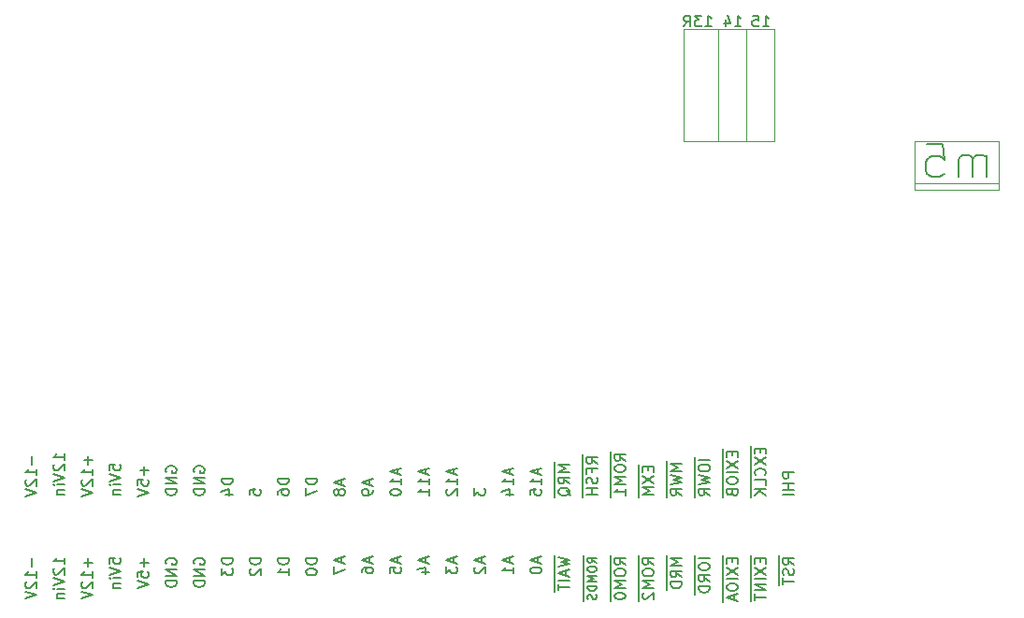
<source format=gbo>
G04 #@! TF.GenerationSoftware,KiCad,Pcbnew,(5.1.8)-1*
G04 #@! TF.CreationDate,2022-06-16T21:47:05+09:00*
G04 #@! TF.ProjectId,SORDM5C,534f5244-4d35-4432-9e6b-696361645f70,rev?*
G04 #@! TF.SameCoordinates,PX48ab840PY791ddc0*
G04 #@! TF.FileFunction,Legend,Bot*
G04 #@! TF.FilePolarity,Positive*
%FSLAX46Y46*%
G04 Gerber Fmt 4.6, Leading zero omitted, Abs format (unit mm)*
G04 Created by KiCad (PCBNEW (5.1.8)-1) date 2022-06-16 21:47:05*
%MOMM*%
%LPD*%
G01*
G04 APERTURE LIST*
%ADD10C,0.120000*%
%ADD11C,0.150000*%
G04 APERTURE END LIST*
D10*
X96520000Y33655000D02*
X96520000Y34290000D01*
X88900000Y33655000D02*
X96520000Y33655000D01*
X88900000Y34290000D02*
X88900000Y33655000D01*
X96520000Y34290000D02*
X96520000Y38100000D01*
X88900000Y34290000D02*
X96520000Y34290000D01*
X88900000Y38100000D02*
X88900000Y34290000D01*
X73660000Y48260000D02*
X73660000Y38100000D01*
X71120000Y48260000D02*
X71120000Y38100000D01*
X67945000Y38100000D02*
X67945000Y48260000D01*
X76200000Y38100000D02*
X67945000Y38100000D01*
X76200000Y48260000D02*
X76200000Y38100000D01*
X67945000Y48260000D02*
X76200000Y48260000D01*
D11*
X69905476Y48442620D02*
X70476904Y48442620D01*
X70191190Y48442620D02*
X70191190Y49442620D01*
X70286428Y49299762D01*
X70381666Y49204524D01*
X70476904Y49156905D01*
X69572142Y49442620D02*
X68953095Y49442620D01*
X69286428Y49061667D01*
X69143571Y49061667D01*
X69048333Y49014048D01*
X69000714Y48966429D01*
X68953095Y48871191D01*
X68953095Y48633096D01*
X69000714Y48537858D01*
X69048333Y48490239D01*
X69143571Y48442620D01*
X69429285Y48442620D01*
X69524523Y48490239D01*
X69572142Y48537858D01*
X67953095Y48442620D02*
X68286428Y48918810D01*
X68524523Y48442620D02*
X68524523Y49442620D01*
X68143571Y49442620D01*
X68048333Y49395000D01*
X68000714Y49347381D01*
X67953095Y49252143D01*
X67953095Y49109286D01*
X68000714Y49014048D01*
X68048333Y48966429D01*
X68143571Y48918810D01*
X68524523Y48918810D01*
X72580476Y48442620D02*
X73151904Y48442620D01*
X72866190Y48442620D02*
X72866190Y49442620D01*
X72961428Y49299762D01*
X73056666Y49204524D01*
X73151904Y49156905D01*
X71723333Y49109286D02*
X71723333Y48442620D01*
X71961428Y49490239D02*
X72199523Y48775953D01*
X71580476Y48775953D01*
X75120476Y48442620D02*
X75691904Y48442620D01*
X75406190Y48442620D02*
X75406190Y49442620D01*
X75501428Y49299762D01*
X75596666Y49204524D01*
X75691904Y49156905D01*
X74215714Y49442620D02*
X74691904Y49442620D01*
X74739523Y48966429D01*
X74691904Y49014048D01*
X74596666Y49061667D01*
X74358571Y49061667D01*
X74263333Y49014048D01*
X74215714Y48966429D01*
X74168095Y48871191D01*
X74168095Y48633096D01*
X74215714Y48537858D01*
X74263333Y48490239D01*
X74358571Y48442620D01*
X74596666Y48442620D01*
X74691904Y48490239D01*
X74739523Y48537858D01*
D10*
X88900000Y38100000D02*
X96520000Y38100000D01*
D11*
X95424285Y34837858D02*
X95424285Y36837858D01*
X95424285Y36552143D02*
X95281428Y36695000D01*
X94995714Y36837858D01*
X94567142Y36837858D01*
X94281428Y36695000D01*
X94138571Y36409286D01*
X94138571Y34837858D01*
X94138571Y36409286D02*
X93995714Y36695000D01*
X93710000Y36837858D01*
X93281428Y36837858D01*
X92995714Y36695000D01*
X92852857Y36409286D01*
X92852857Y34837858D01*
X89995714Y37837858D02*
X91424285Y37837858D01*
X91567142Y36409286D01*
X91424285Y36552143D01*
X91138571Y36695000D01*
X90424285Y36695000D01*
X90138571Y36552143D01*
X89995714Y36409286D01*
X89852857Y36123572D01*
X89852857Y35409286D01*
X89995714Y35123572D01*
X90138571Y34980715D01*
X90424285Y34837858D01*
X91138571Y34837858D01*
X91424285Y34980715D01*
X91567142Y35123572D01*
X77922380Y8098215D02*
X76922380Y8098215D01*
X76922380Y7717262D01*
X76970000Y7622024D01*
X77017619Y7574405D01*
X77112857Y7526786D01*
X77255714Y7526786D01*
X77350952Y7574405D01*
X77398571Y7622024D01*
X77446190Y7717262D01*
X77446190Y8098215D01*
X77922380Y7098215D02*
X76922380Y7098215D01*
X77398571Y7098215D02*
X77398571Y6526786D01*
X77922380Y6526786D02*
X76922380Y6526786D01*
X77922380Y6050596D02*
X76922380Y6050596D01*
X74015000Y10479167D02*
X74015000Y9574405D01*
X74858571Y10241072D02*
X74858571Y9907739D01*
X75382380Y9764881D02*
X75382380Y10241072D01*
X74382380Y10241072D01*
X74382380Y9764881D01*
X74015000Y9574405D02*
X74015000Y8622024D01*
X74382380Y9431548D02*
X75382380Y8764881D01*
X74382380Y8764881D02*
X75382380Y9431548D01*
X74015000Y8622024D02*
X74015000Y7622024D01*
X75287142Y7812500D02*
X75334761Y7860120D01*
X75382380Y8002977D01*
X75382380Y8098215D01*
X75334761Y8241072D01*
X75239523Y8336310D01*
X75144285Y8383929D01*
X74953809Y8431548D01*
X74810952Y8431548D01*
X74620476Y8383929D01*
X74525238Y8336310D01*
X74430000Y8241072D01*
X74382380Y8098215D01*
X74382380Y8002977D01*
X74430000Y7860120D01*
X74477619Y7812500D01*
X74015000Y7622024D02*
X74015000Y6812500D01*
X75382380Y6907739D02*
X75382380Y7383929D01*
X74382380Y7383929D01*
X74015000Y6812500D02*
X74015000Y5812500D01*
X75382380Y6574405D02*
X74382380Y6574405D01*
X75382380Y6002977D02*
X74810952Y6431548D01*
X74382380Y6002977D02*
X74953809Y6574405D01*
X71475000Y10193453D02*
X71475000Y9288691D01*
X72318571Y9955358D02*
X72318571Y9622024D01*
X72842380Y9479167D02*
X72842380Y9955358D01*
X71842380Y9955358D01*
X71842380Y9479167D01*
X71475000Y9288691D02*
X71475000Y8336310D01*
X71842380Y9145834D02*
X72842380Y8479167D01*
X71842380Y8479167D02*
X72842380Y9145834D01*
X71475000Y8336310D02*
X71475000Y7860120D01*
X72842380Y8098215D02*
X71842380Y8098215D01*
X71475000Y7860120D02*
X71475000Y6812500D01*
X71842380Y7431548D02*
X71842380Y7241072D01*
X71890000Y7145834D01*
X71985238Y7050596D01*
X72175714Y7002977D01*
X72509047Y7002977D01*
X72699523Y7050596D01*
X72794761Y7145834D01*
X72842380Y7241072D01*
X72842380Y7431548D01*
X72794761Y7526786D01*
X72699523Y7622024D01*
X72509047Y7669643D01*
X72175714Y7669643D01*
X71985238Y7622024D01*
X71890000Y7526786D01*
X71842380Y7431548D01*
X71475000Y6812500D02*
X71475000Y5812500D01*
X72318571Y6241072D02*
X72366190Y6098215D01*
X72413809Y6050596D01*
X72509047Y6002977D01*
X72651904Y6002977D01*
X72747142Y6050596D01*
X72794761Y6098215D01*
X72842380Y6193453D01*
X72842380Y6574405D01*
X71842380Y6574405D01*
X71842380Y6241072D01*
X71890000Y6145834D01*
X71937619Y6098215D01*
X72032857Y6050596D01*
X72128095Y6050596D01*
X72223333Y6098215D01*
X72270952Y6145834D01*
X72318571Y6241072D01*
X72318571Y6574405D01*
X68935000Y9479167D02*
X68935000Y9002977D01*
X70302380Y9241072D02*
X69302380Y9241072D01*
X68935000Y9002977D02*
X68935000Y7955358D01*
X69302380Y8574405D02*
X69302380Y8383929D01*
X69350000Y8288691D01*
X69445238Y8193453D01*
X69635714Y8145834D01*
X69969047Y8145834D01*
X70159523Y8193453D01*
X70254761Y8288691D01*
X70302380Y8383929D01*
X70302380Y8574405D01*
X70254761Y8669643D01*
X70159523Y8764881D01*
X69969047Y8812500D01*
X69635714Y8812500D01*
X69445238Y8764881D01*
X69350000Y8669643D01*
X69302380Y8574405D01*
X68935000Y7955358D02*
X68935000Y6812500D01*
X69302380Y7812500D02*
X70302380Y7574405D01*
X69588095Y7383929D01*
X70302380Y7193453D01*
X69302380Y6955358D01*
X68935000Y6812500D02*
X68935000Y5812500D01*
X70302380Y6002977D02*
X69826190Y6336310D01*
X70302380Y6574405D02*
X69302380Y6574405D01*
X69302380Y6193453D01*
X69350000Y6098215D01*
X69397619Y6050596D01*
X69492857Y6002977D01*
X69635714Y6002977D01*
X69730952Y6050596D01*
X69778571Y6098215D01*
X69826190Y6193453D01*
X69826190Y6574405D01*
X66395000Y9098215D02*
X66395000Y7955358D01*
X67762380Y8860120D02*
X66762380Y8860120D01*
X67476666Y8526786D01*
X66762380Y8193453D01*
X67762380Y8193453D01*
X66395000Y7955358D02*
X66395000Y6812500D01*
X66762380Y7812500D02*
X67762380Y7574405D01*
X67048095Y7383929D01*
X67762380Y7193453D01*
X66762380Y6955358D01*
X66395000Y6812500D02*
X66395000Y5812500D01*
X67762380Y6002977D02*
X67286190Y6336310D01*
X67762380Y6574405D02*
X66762380Y6574405D01*
X66762380Y6193453D01*
X66810000Y6098215D01*
X66857619Y6050596D01*
X66952857Y6002977D01*
X67095714Y6002977D01*
X67190952Y6050596D01*
X67238571Y6098215D01*
X67286190Y6193453D01*
X67286190Y6574405D01*
X63855000Y8812500D02*
X63855000Y7907739D01*
X64698571Y8574405D02*
X64698571Y8241072D01*
X65222380Y8098215D02*
X65222380Y8574405D01*
X64222380Y8574405D01*
X64222380Y8098215D01*
X63855000Y7907739D02*
X63855000Y6955358D01*
X64222380Y7764881D02*
X65222380Y7098215D01*
X64222380Y7098215D02*
X65222380Y7764881D01*
X63855000Y6955358D02*
X63855000Y5812500D01*
X65222380Y6717262D02*
X64222380Y6717262D01*
X64936666Y6383929D01*
X64222380Y6050596D01*
X65222380Y6050596D01*
X61315000Y9955358D02*
X61315000Y8955358D01*
X62682380Y9145834D02*
X62206190Y9479167D01*
X62682380Y9717262D02*
X61682380Y9717262D01*
X61682380Y9336310D01*
X61730000Y9241072D01*
X61777619Y9193453D01*
X61872857Y9145834D01*
X62015714Y9145834D01*
X62110952Y9193453D01*
X62158571Y9241072D01*
X62206190Y9336310D01*
X62206190Y9717262D01*
X61315000Y8955358D02*
X61315000Y7907739D01*
X61682380Y8526786D02*
X61682380Y8336310D01*
X61730000Y8241072D01*
X61825238Y8145834D01*
X62015714Y8098215D01*
X62349047Y8098215D01*
X62539523Y8145834D01*
X62634761Y8241072D01*
X62682380Y8336310D01*
X62682380Y8526786D01*
X62634761Y8622024D01*
X62539523Y8717262D01*
X62349047Y8764881D01*
X62015714Y8764881D01*
X61825238Y8717262D01*
X61730000Y8622024D01*
X61682380Y8526786D01*
X61315000Y7907739D02*
X61315000Y6764881D01*
X62682380Y7669643D02*
X61682380Y7669643D01*
X62396666Y7336310D01*
X61682380Y7002977D01*
X62682380Y7002977D01*
X61315000Y6764881D02*
X61315000Y5812500D01*
X62682380Y6002977D02*
X62682380Y6574405D01*
X62682380Y6288691D02*
X61682380Y6288691D01*
X61825238Y6383929D01*
X61920476Y6479167D01*
X61968095Y6574405D01*
X58775000Y9669643D02*
X58775000Y8669643D01*
X60142380Y8860120D02*
X59666190Y9193453D01*
X60142380Y9431548D02*
X59142380Y9431548D01*
X59142380Y9050596D01*
X59190000Y8955358D01*
X59237619Y8907739D01*
X59332857Y8860120D01*
X59475714Y8860120D01*
X59570952Y8907739D01*
X59618571Y8955358D01*
X59666190Y9050596D01*
X59666190Y9431548D01*
X58775000Y8669643D02*
X58775000Y7812500D01*
X59618571Y8098215D02*
X59618571Y8431548D01*
X60142380Y8431548D02*
X59142380Y8431548D01*
X59142380Y7955358D01*
X58775000Y7812500D02*
X58775000Y6860120D01*
X60094761Y7622024D02*
X60142380Y7479167D01*
X60142380Y7241072D01*
X60094761Y7145834D01*
X60047142Y7098215D01*
X59951904Y7050596D01*
X59856666Y7050596D01*
X59761428Y7098215D01*
X59713809Y7145834D01*
X59666190Y7241072D01*
X59618571Y7431548D01*
X59570952Y7526786D01*
X59523333Y7574405D01*
X59428095Y7622024D01*
X59332857Y7622024D01*
X59237619Y7574405D01*
X59190000Y7526786D01*
X59142380Y7431548D01*
X59142380Y7193453D01*
X59190000Y7050596D01*
X58775000Y6860120D02*
X58775000Y5812500D01*
X60142380Y6622024D02*
X59142380Y6622024D01*
X59618571Y6622024D02*
X59618571Y6050596D01*
X60142380Y6050596D02*
X59142380Y6050596D01*
X56235000Y9002977D02*
X56235000Y7860120D01*
X57602380Y8764881D02*
X56602380Y8764881D01*
X57316666Y8431548D01*
X56602380Y8098215D01*
X57602380Y8098215D01*
X56235000Y7860120D02*
X56235000Y6860120D01*
X57602380Y7050596D02*
X57126190Y7383929D01*
X57602380Y7622024D02*
X56602380Y7622024D01*
X56602380Y7241072D01*
X56650000Y7145834D01*
X56697619Y7098215D01*
X56792857Y7050596D01*
X56935714Y7050596D01*
X57030952Y7098215D01*
X57078571Y7145834D01*
X57126190Y7241072D01*
X57126190Y7622024D01*
X56235000Y6860120D02*
X56235000Y5812500D01*
X57697619Y5955358D02*
X57650000Y6050596D01*
X57554761Y6145834D01*
X57411904Y6288691D01*
X57364285Y6383929D01*
X57364285Y6479167D01*
X57602380Y6431548D02*
X57554761Y6526786D01*
X57459523Y6622024D01*
X57269047Y6669643D01*
X56935714Y6669643D01*
X56745238Y6622024D01*
X56650000Y6526786D01*
X56602380Y6431548D01*
X56602380Y6241072D01*
X56650000Y6145834D01*
X56745238Y6050596D01*
X56935714Y6002977D01*
X57269047Y6002977D01*
X57459523Y6050596D01*
X57554761Y6145834D01*
X57602380Y6241072D01*
X57602380Y6431548D01*
X48982380Y6622024D02*
X48982380Y6002977D01*
X49363333Y6336310D01*
X49363333Y6193453D01*
X49410952Y6098215D01*
X49458571Y6050596D01*
X49553809Y6002977D01*
X49791904Y6002977D01*
X49887142Y6050596D01*
X49934761Y6098215D01*
X49982380Y6193453D01*
X49982380Y6479167D01*
X49934761Y6574405D01*
X49887142Y6622024D01*
X54776666Y8383929D02*
X54776666Y7907739D01*
X55062380Y8479167D02*
X54062380Y8145834D01*
X55062380Y7812500D01*
X55062380Y6955358D02*
X55062380Y7526786D01*
X55062380Y7241072D02*
X54062380Y7241072D01*
X54205238Y7336310D01*
X54300476Y7431548D01*
X54348095Y7526786D01*
X54062380Y6050596D02*
X54062380Y6526786D01*
X54538571Y6574405D01*
X54490952Y6526786D01*
X54443333Y6431548D01*
X54443333Y6193453D01*
X54490952Y6098215D01*
X54538571Y6050596D01*
X54633809Y6002977D01*
X54871904Y6002977D01*
X54967142Y6050596D01*
X55014761Y6098215D01*
X55062380Y6193453D01*
X55062380Y6431548D01*
X55014761Y6526786D01*
X54967142Y6574405D01*
X52236666Y8383929D02*
X52236666Y7907739D01*
X52522380Y8479167D02*
X51522380Y8145834D01*
X52522380Y7812500D01*
X52522380Y6955358D02*
X52522380Y7526786D01*
X52522380Y7241072D02*
X51522380Y7241072D01*
X51665238Y7336310D01*
X51760476Y7431548D01*
X51808095Y7526786D01*
X51855714Y6098215D02*
X52522380Y6098215D01*
X51474761Y6336310D02*
X52189047Y6574405D01*
X52189047Y5955358D01*
X47156666Y8383929D02*
X47156666Y7907739D01*
X47442380Y8479167D02*
X46442380Y8145834D01*
X47442380Y7812500D01*
X47442380Y6955358D02*
X47442380Y7526786D01*
X47442380Y7241072D02*
X46442380Y7241072D01*
X46585238Y7336310D01*
X46680476Y7431548D01*
X46728095Y7526786D01*
X46537619Y6574405D02*
X46490000Y6526786D01*
X46442380Y6431548D01*
X46442380Y6193453D01*
X46490000Y6098215D01*
X46537619Y6050596D01*
X46632857Y6002977D01*
X46728095Y6002977D01*
X46870952Y6050596D01*
X47442380Y6622024D01*
X47442380Y6002977D01*
X44616666Y8383929D02*
X44616666Y7907739D01*
X44902380Y8479167D02*
X43902380Y8145834D01*
X44902380Y7812500D01*
X44902380Y6955358D02*
X44902380Y7526786D01*
X44902380Y7241072D02*
X43902380Y7241072D01*
X44045238Y7336310D01*
X44140476Y7431548D01*
X44188095Y7526786D01*
X44902380Y6002977D02*
X44902380Y6574405D01*
X44902380Y6288691D02*
X43902380Y6288691D01*
X44045238Y6383929D01*
X44140476Y6479167D01*
X44188095Y6574405D01*
X42076666Y8383929D02*
X42076666Y7907739D01*
X42362380Y8479167D02*
X41362380Y8145834D01*
X42362380Y7812500D01*
X42362380Y6955358D02*
X42362380Y7526786D01*
X42362380Y7241072D02*
X41362380Y7241072D01*
X41505238Y7336310D01*
X41600476Y7431548D01*
X41648095Y7526786D01*
X41362380Y6336310D02*
X41362380Y6241072D01*
X41410000Y6145834D01*
X41457619Y6098215D01*
X41552857Y6050596D01*
X41743333Y6002977D01*
X41981428Y6002977D01*
X42171904Y6050596D01*
X42267142Y6098215D01*
X42314761Y6145834D01*
X42362380Y6241072D01*
X42362380Y6336310D01*
X42314761Y6431548D01*
X42267142Y6479167D01*
X42171904Y6526786D01*
X41981428Y6574405D01*
X41743333Y6574405D01*
X41552857Y6526786D01*
X41457619Y6479167D01*
X41410000Y6431548D01*
X41362380Y6336310D01*
X39536666Y7431548D02*
X39536666Y6955358D01*
X39822380Y7526786D02*
X38822380Y7193453D01*
X39822380Y6860120D01*
X39822380Y6479167D02*
X39822380Y6288691D01*
X39774761Y6193453D01*
X39727142Y6145834D01*
X39584285Y6050596D01*
X39393809Y6002977D01*
X39012857Y6002977D01*
X38917619Y6050596D01*
X38870000Y6098215D01*
X38822380Y6193453D01*
X38822380Y6383929D01*
X38870000Y6479167D01*
X38917619Y6526786D01*
X39012857Y6574405D01*
X39250952Y6574405D01*
X39346190Y6526786D01*
X39393809Y6479167D01*
X39441428Y6383929D01*
X39441428Y6193453D01*
X39393809Y6098215D01*
X39346190Y6050596D01*
X39250952Y6002977D01*
X36996666Y7431548D02*
X36996666Y6955358D01*
X37282380Y7526786D02*
X36282380Y7193453D01*
X37282380Y6860120D01*
X36710952Y6383929D02*
X36663333Y6479167D01*
X36615714Y6526786D01*
X36520476Y6574405D01*
X36472857Y6574405D01*
X36377619Y6526786D01*
X36330000Y6479167D01*
X36282380Y6383929D01*
X36282380Y6193453D01*
X36330000Y6098215D01*
X36377619Y6050596D01*
X36472857Y6002977D01*
X36520476Y6002977D01*
X36615714Y6050596D01*
X36663333Y6098215D01*
X36710952Y6193453D01*
X36710952Y6383929D01*
X36758571Y6479167D01*
X36806190Y6526786D01*
X36901428Y6574405D01*
X37091904Y6574405D01*
X37187142Y6526786D01*
X37234761Y6479167D01*
X37282380Y6383929D01*
X37282380Y6193453D01*
X37234761Y6098215D01*
X37187142Y6050596D01*
X37091904Y6002977D01*
X36901428Y6002977D01*
X36806190Y6050596D01*
X36758571Y6098215D01*
X36710952Y6193453D01*
X34742380Y7526786D02*
X33742380Y7526786D01*
X33742380Y7288691D01*
X33790000Y7145834D01*
X33885238Y7050596D01*
X33980476Y7002977D01*
X34170952Y6955358D01*
X34313809Y6955358D01*
X34504285Y7002977D01*
X34599523Y7050596D01*
X34694761Y7145834D01*
X34742380Y7288691D01*
X34742380Y7526786D01*
X33742380Y6622024D02*
X33742380Y5955358D01*
X34742380Y6383929D01*
X28662380Y6050596D02*
X28662380Y6526786D01*
X29138571Y6574405D01*
X29090952Y6526786D01*
X29043333Y6431548D01*
X29043333Y6193453D01*
X29090952Y6098215D01*
X29138571Y6050596D01*
X29233809Y6002977D01*
X29471904Y6002977D01*
X29567142Y6050596D01*
X29614761Y6098215D01*
X29662380Y6193453D01*
X29662380Y6431548D01*
X29614761Y6526786D01*
X29567142Y6574405D01*
X32202380Y7526786D02*
X31202380Y7526786D01*
X31202380Y7288691D01*
X31250000Y7145834D01*
X31345238Y7050596D01*
X31440476Y7002977D01*
X31630952Y6955358D01*
X31773809Y6955358D01*
X31964285Y7002977D01*
X32059523Y7050596D01*
X32154761Y7145834D01*
X32202380Y7288691D01*
X32202380Y7526786D01*
X31202380Y6098215D02*
X31202380Y6288691D01*
X31250000Y6383929D01*
X31297619Y6431548D01*
X31440476Y6526786D01*
X31630952Y6574405D01*
X32011904Y6574405D01*
X32107142Y6526786D01*
X32154761Y6479167D01*
X32202380Y6383929D01*
X32202380Y6193453D01*
X32154761Y6098215D01*
X32107142Y6050596D01*
X32011904Y6002977D01*
X31773809Y6002977D01*
X31678571Y6050596D01*
X31630952Y6098215D01*
X31583333Y6193453D01*
X31583333Y6383929D01*
X31630952Y6479167D01*
X31678571Y6526786D01*
X31773809Y6574405D01*
X27122380Y7526786D02*
X26122380Y7526786D01*
X26122380Y7288691D01*
X26170000Y7145834D01*
X26265238Y7050596D01*
X26360476Y7002977D01*
X26550952Y6955358D01*
X26693809Y6955358D01*
X26884285Y7002977D01*
X26979523Y7050596D01*
X27074761Y7145834D01*
X27122380Y7288691D01*
X27122380Y7526786D01*
X26455714Y6098215D02*
X27122380Y6098215D01*
X26074761Y6336310D02*
X26789047Y6574405D01*
X26789047Y5955358D01*
X23630000Y8098215D02*
X23582380Y8193453D01*
X23582380Y8336310D01*
X23630000Y8479167D01*
X23725238Y8574405D01*
X23820476Y8622024D01*
X24010952Y8669643D01*
X24153809Y8669643D01*
X24344285Y8622024D01*
X24439523Y8574405D01*
X24534761Y8479167D01*
X24582380Y8336310D01*
X24582380Y8241072D01*
X24534761Y8098215D01*
X24487142Y8050596D01*
X24153809Y8050596D01*
X24153809Y8241072D01*
X24582380Y7622024D02*
X23582380Y7622024D01*
X24582380Y7050596D01*
X23582380Y7050596D01*
X24582380Y6574405D02*
X23582380Y6574405D01*
X23582380Y6336310D01*
X23630000Y6193453D01*
X23725238Y6098215D01*
X23820476Y6050596D01*
X24010952Y6002977D01*
X24153809Y6002977D01*
X24344285Y6050596D01*
X24439523Y6098215D01*
X24534761Y6193453D01*
X24582380Y6336310D01*
X24582380Y6574405D01*
X21090000Y8098215D02*
X21042380Y8193453D01*
X21042380Y8336310D01*
X21090000Y8479167D01*
X21185238Y8574405D01*
X21280476Y8622024D01*
X21470952Y8669643D01*
X21613809Y8669643D01*
X21804285Y8622024D01*
X21899523Y8574405D01*
X21994761Y8479167D01*
X22042380Y8336310D01*
X22042380Y8241072D01*
X21994761Y8098215D01*
X21947142Y8050596D01*
X21613809Y8050596D01*
X21613809Y8241072D01*
X22042380Y7622024D02*
X21042380Y7622024D01*
X22042380Y7050596D01*
X21042380Y7050596D01*
X22042380Y6574405D02*
X21042380Y6574405D01*
X21042380Y6336310D01*
X21090000Y6193453D01*
X21185238Y6098215D01*
X21280476Y6050596D01*
X21470952Y6002977D01*
X21613809Y6002977D01*
X21804285Y6050596D01*
X21899523Y6098215D01*
X21994761Y6193453D01*
X22042380Y6336310D01*
X22042380Y6574405D01*
X19121428Y8622024D02*
X19121428Y7860120D01*
X19502380Y8241072D02*
X18740476Y8241072D01*
X18502380Y6907739D02*
X18502380Y7383929D01*
X18978571Y7431548D01*
X18930952Y7383929D01*
X18883333Y7288691D01*
X18883333Y7050596D01*
X18930952Y6955358D01*
X18978571Y6907739D01*
X19073809Y6860120D01*
X19311904Y6860120D01*
X19407142Y6907739D01*
X19454761Y6955358D01*
X19502380Y7050596D01*
X19502380Y7288691D01*
X19454761Y7383929D01*
X19407142Y7431548D01*
X18502380Y6574405D02*
X19502380Y6241072D01*
X18502380Y5907739D01*
X15962380Y8288691D02*
X15962380Y8764881D01*
X16438571Y8812500D01*
X16390952Y8764881D01*
X16343333Y8669643D01*
X16343333Y8431548D01*
X16390952Y8336310D01*
X16438571Y8288691D01*
X16533809Y8241072D01*
X16771904Y8241072D01*
X16867142Y8288691D01*
X16914761Y8336310D01*
X16962380Y8431548D01*
X16962380Y8669643D01*
X16914761Y8764881D01*
X16867142Y8812500D01*
X15962380Y7955358D02*
X16962380Y7622024D01*
X15962380Y7288691D01*
X16962380Y6955358D02*
X16295714Y6955358D01*
X15962380Y6955358D02*
X16010000Y7002977D01*
X16057619Y6955358D01*
X16010000Y6907739D01*
X15962380Y6955358D01*
X16057619Y6955358D01*
X16295714Y6479167D02*
X16962380Y6479167D01*
X16390952Y6479167D02*
X16343333Y6431548D01*
X16295714Y6336310D01*
X16295714Y6193453D01*
X16343333Y6098215D01*
X16438571Y6050596D01*
X16962380Y6050596D01*
X14041428Y9574405D02*
X14041428Y8812500D01*
X14422380Y9193453D02*
X13660476Y9193453D01*
X14422380Y7812500D02*
X14422380Y8383929D01*
X14422380Y8098215D02*
X13422380Y8098215D01*
X13565238Y8193453D01*
X13660476Y8288691D01*
X13708095Y8383929D01*
X13517619Y7431548D02*
X13470000Y7383929D01*
X13422380Y7288691D01*
X13422380Y7050596D01*
X13470000Y6955358D01*
X13517619Y6907739D01*
X13612857Y6860120D01*
X13708095Y6860120D01*
X13850952Y6907739D01*
X14422380Y7479167D01*
X14422380Y6860120D01*
X13422380Y6574405D02*
X14422380Y6241072D01*
X13422380Y5907739D01*
X11882380Y9193453D02*
X11882380Y9764881D01*
X11882380Y9479167D02*
X10882380Y9479167D01*
X11025238Y9574405D01*
X11120476Y9669643D01*
X11168095Y9764881D01*
X10977619Y8812500D02*
X10930000Y8764881D01*
X10882380Y8669643D01*
X10882380Y8431548D01*
X10930000Y8336310D01*
X10977619Y8288691D01*
X11072857Y8241072D01*
X11168095Y8241072D01*
X11310952Y8288691D01*
X11882380Y8860120D01*
X11882380Y8241072D01*
X10882380Y7955358D02*
X11882380Y7622024D01*
X10882380Y7288691D01*
X11882380Y6955358D02*
X11215714Y6955358D01*
X10882380Y6955358D02*
X10930000Y7002977D01*
X10977619Y6955358D01*
X10930000Y6907739D01*
X10882380Y6955358D01*
X10977619Y6955358D01*
X11215714Y6479167D02*
X11882380Y6479167D01*
X11310952Y6479167D02*
X11263333Y6431548D01*
X11215714Y6336310D01*
X11215714Y6193453D01*
X11263333Y6098215D01*
X11358571Y6050596D01*
X11882380Y6050596D01*
X8961428Y9574405D02*
X8961428Y8812500D01*
X9342380Y7812500D02*
X9342380Y8383929D01*
X9342380Y8098215D02*
X8342380Y8098215D01*
X8485238Y8193453D01*
X8580476Y8288691D01*
X8628095Y8383929D01*
X8437619Y7431548D02*
X8390000Y7383929D01*
X8342380Y7288691D01*
X8342380Y7050596D01*
X8390000Y6955358D01*
X8437619Y6907739D01*
X8532857Y6860120D01*
X8628095Y6860120D01*
X8770952Y6907739D01*
X9342380Y7479167D01*
X9342380Y6860120D01*
X8342380Y6574405D02*
X9342380Y6241072D01*
X8342380Y5907739D01*
X76555000Y537500D02*
X76555000Y-462500D01*
X77922380Y-272023D02*
X77446190Y61310D01*
X77922380Y299405D02*
X76922380Y299405D01*
X76922380Y-81547D01*
X76970000Y-176785D01*
X77017619Y-224404D01*
X77112857Y-272023D01*
X77255714Y-272023D01*
X77350952Y-224404D01*
X77398571Y-176785D01*
X77446190Y-81547D01*
X77446190Y299405D01*
X76555000Y-462500D02*
X76555000Y-1414880D01*
X77874761Y-652976D02*
X77922380Y-795833D01*
X77922380Y-1033928D01*
X77874761Y-1129166D01*
X77827142Y-1176785D01*
X77731904Y-1224404D01*
X77636666Y-1224404D01*
X77541428Y-1176785D01*
X77493809Y-1129166D01*
X77446190Y-1033928D01*
X77398571Y-843452D01*
X77350952Y-748214D01*
X77303333Y-700595D01*
X77208095Y-652976D01*
X77112857Y-652976D01*
X77017619Y-700595D01*
X76970000Y-748214D01*
X76922380Y-843452D01*
X76922380Y-1081547D01*
X76970000Y-1224404D01*
X76555000Y-1414880D02*
X76555000Y-2176785D01*
X76922380Y-1510119D02*
X76922380Y-2081547D01*
X77922380Y-1795833D02*
X76922380Y-1795833D01*
X74015000Y537500D02*
X74015000Y-367261D01*
X74858571Y299405D02*
X74858571Y-33928D01*
X75382380Y-176785D02*
X75382380Y299405D01*
X74382380Y299405D01*
X74382380Y-176785D01*
X74015000Y-367261D02*
X74015000Y-1319642D01*
X74382380Y-510119D02*
X75382380Y-1176785D01*
X74382380Y-1176785D02*
X75382380Y-510119D01*
X74015000Y-1319642D02*
X74015000Y-1795833D01*
X75382380Y-1557738D02*
X74382380Y-1557738D01*
X74015000Y-1795833D02*
X74015000Y-2843452D01*
X75382380Y-2033928D02*
X74382380Y-2033928D01*
X75382380Y-2605357D01*
X74382380Y-2605357D01*
X74015000Y-2843452D02*
X74015000Y-3605357D01*
X74382380Y-2938690D02*
X74382380Y-3510119D01*
X75382380Y-3224404D02*
X74382380Y-3224404D01*
X71475000Y537500D02*
X71475000Y-367261D01*
X72318571Y299405D02*
X72318571Y-33928D01*
X72842380Y-176785D02*
X72842380Y299405D01*
X71842380Y299405D01*
X71842380Y-176785D01*
X71475000Y-367261D02*
X71475000Y-1319642D01*
X71842380Y-510119D02*
X72842380Y-1176785D01*
X71842380Y-1176785D02*
X72842380Y-510119D01*
X71475000Y-1319642D02*
X71475000Y-1795833D01*
X72842380Y-1557738D02*
X71842380Y-1557738D01*
X71475000Y-1795833D02*
X71475000Y-2843452D01*
X71842380Y-2224404D02*
X71842380Y-2414880D01*
X71890000Y-2510119D01*
X71985238Y-2605357D01*
X72175714Y-2652976D01*
X72509047Y-2652976D01*
X72699523Y-2605357D01*
X72794761Y-2510119D01*
X72842380Y-2414880D01*
X72842380Y-2224404D01*
X72794761Y-2129166D01*
X72699523Y-2033928D01*
X72509047Y-1986309D01*
X72175714Y-1986309D01*
X71985238Y-2033928D01*
X71890000Y-2129166D01*
X71842380Y-2224404D01*
X71475000Y-2843452D02*
X71475000Y-3700595D01*
X72556666Y-3033928D02*
X72556666Y-3510119D01*
X72842380Y-2938690D02*
X71842380Y-3272023D01*
X72842380Y-3605357D01*
X68935000Y537500D02*
X68935000Y61310D01*
X70302380Y299405D02*
X69302380Y299405D01*
X68935000Y61310D02*
X68935000Y-986309D01*
X69302380Y-367261D02*
X69302380Y-557738D01*
X69350000Y-652976D01*
X69445238Y-748214D01*
X69635714Y-795833D01*
X69969047Y-795833D01*
X70159523Y-748214D01*
X70254761Y-652976D01*
X70302380Y-557738D01*
X70302380Y-367261D01*
X70254761Y-272023D01*
X70159523Y-176785D01*
X69969047Y-129166D01*
X69635714Y-129166D01*
X69445238Y-176785D01*
X69350000Y-272023D01*
X69302380Y-367261D01*
X68935000Y-986309D02*
X68935000Y-1986309D01*
X70302380Y-1795833D02*
X69826190Y-1462500D01*
X70302380Y-1224404D02*
X69302380Y-1224404D01*
X69302380Y-1605357D01*
X69350000Y-1700595D01*
X69397619Y-1748214D01*
X69492857Y-1795833D01*
X69635714Y-1795833D01*
X69730952Y-1748214D01*
X69778571Y-1700595D01*
X69826190Y-1605357D01*
X69826190Y-1224404D01*
X68935000Y-1986309D02*
X68935000Y-2986309D01*
X70302380Y-2224404D02*
X69302380Y-2224404D01*
X69302380Y-2462500D01*
X69350000Y-2605357D01*
X69445238Y-2700595D01*
X69540476Y-2748214D01*
X69730952Y-2795833D01*
X69873809Y-2795833D01*
X70064285Y-2748214D01*
X70159523Y-2700595D01*
X70254761Y-2605357D01*
X70302380Y-2462500D01*
X70302380Y-2224404D01*
X66395000Y537500D02*
X66395000Y-605357D01*
X67762380Y299405D02*
X66762380Y299405D01*
X67476666Y-33928D01*
X66762380Y-367261D01*
X67762380Y-367261D01*
X66395000Y-605357D02*
X66395000Y-1605357D01*
X67762380Y-1414880D02*
X67286190Y-1081547D01*
X67762380Y-843452D02*
X66762380Y-843452D01*
X66762380Y-1224404D01*
X66810000Y-1319642D01*
X66857619Y-1367261D01*
X66952857Y-1414880D01*
X67095714Y-1414880D01*
X67190952Y-1367261D01*
X67238571Y-1319642D01*
X67286190Y-1224404D01*
X67286190Y-843452D01*
X66395000Y-1605357D02*
X66395000Y-2605357D01*
X67762380Y-1843452D02*
X66762380Y-1843452D01*
X66762380Y-2081547D01*
X66810000Y-2224404D01*
X66905238Y-2319642D01*
X67000476Y-2367261D01*
X67190952Y-2414880D01*
X67333809Y-2414880D01*
X67524285Y-2367261D01*
X67619523Y-2319642D01*
X67714761Y-2224404D01*
X67762380Y-2081547D01*
X67762380Y-1843452D01*
X63855000Y537500D02*
X63855000Y-462500D01*
X65222380Y-272023D02*
X64746190Y61310D01*
X65222380Y299405D02*
X64222380Y299405D01*
X64222380Y-81547D01*
X64270000Y-176785D01*
X64317619Y-224404D01*
X64412857Y-272023D01*
X64555714Y-272023D01*
X64650952Y-224404D01*
X64698571Y-176785D01*
X64746190Y-81547D01*
X64746190Y299405D01*
X63855000Y-462500D02*
X63855000Y-1510119D01*
X64222380Y-891071D02*
X64222380Y-1081547D01*
X64270000Y-1176785D01*
X64365238Y-1272023D01*
X64555714Y-1319642D01*
X64889047Y-1319642D01*
X65079523Y-1272023D01*
X65174761Y-1176785D01*
X65222380Y-1081547D01*
X65222380Y-891071D01*
X65174761Y-795833D01*
X65079523Y-700595D01*
X64889047Y-652976D01*
X64555714Y-652976D01*
X64365238Y-700595D01*
X64270000Y-795833D01*
X64222380Y-891071D01*
X63855000Y-1510119D02*
X63855000Y-2652976D01*
X65222380Y-1748214D02*
X64222380Y-1748214D01*
X64936666Y-2081547D01*
X64222380Y-2414880D01*
X65222380Y-2414880D01*
X63855000Y-2652976D02*
X63855000Y-3605357D01*
X64317619Y-2843452D02*
X64270000Y-2891071D01*
X64222380Y-2986309D01*
X64222380Y-3224404D01*
X64270000Y-3319642D01*
X64317619Y-3367261D01*
X64412857Y-3414880D01*
X64508095Y-3414880D01*
X64650952Y-3367261D01*
X65222380Y-2795833D01*
X65222380Y-3414880D01*
X61315000Y537500D02*
X61315000Y-462500D01*
X62682380Y-272023D02*
X62206190Y61310D01*
X62682380Y299405D02*
X61682380Y299405D01*
X61682380Y-81547D01*
X61730000Y-176785D01*
X61777619Y-224404D01*
X61872857Y-272023D01*
X62015714Y-272023D01*
X62110952Y-224404D01*
X62158571Y-176785D01*
X62206190Y-81547D01*
X62206190Y299405D01*
X61315000Y-462500D02*
X61315000Y-1510119D01*
X61682380Y-891071D02*
X61682380Y-1081547D01*
X61730000Y-1176785D01*
X61825238Y-1272023D01*
X62015714Y-1319642D01*
X62349047Y-1319642D01*
X62539523Y-1272023D01*
X62634761Y-1176785D01*
X62682380Y-1081547D01*
X62682380Y-891071D01*
X62634761Y-795833D01*
X62539523Y-700595D01*
X62349047Y-652976D01*
X62015714Y-652976D01*
X61825238Y-700595D01*
X61730000Y-795833D01*
X61682380Y-891071D01*
X61315000Y-1510119D02*
X61315000Y-2652976D01*
X62682380Y-1748214D02*
X61682380Y-1748214D01*
X62396666Y-2081547D01*
X61682380Y-2414880D01*
X62682380Y-2414880D01*
X61315000Y-2652976D02*
X61315000Y-3605357D01*
X61682380Y-3081547D02*
X61682380Y-3176785D01*
X61730000Y-3272023D01*
X61777619Y-3319642D01*
X61872857Y-3367261D01*
X62063333Y-3414880D01*
X62301428Y-3414880D01*
X62491904Y-3367261D01*
X62587142Y-3319642D01*
X62634761Y-3272023D01*
X62682380Y-3176785D01*
X62682380Y-3081547D01*
X62634761Y-2986309D01*
X62587142Y-2938690D01*
X62491904Y-2891071D01*
X62301428Y-2843452D01*
X62063333Y-2843452D01*
X61872857Y-2891071D01*
X61777619Y-2938690D01*
X61730000Y-2986309D01*
X61682380Y-3081547D01*
X58919000Y537500D02*
X58919000Y-262500D01*
X60051904Y-110119D02*
X59670952Y156548D01*
X60051904Y347024D02*
X59251904Y347024D01*
X59251904Y42262D01*
X59290000Y-33928D01*
X59328095Y-72023D01*
X59404285Y-110119D01*
X59518571Y-110119D01*
X59594761Y-72023D01*
X59632857Y-33928D01*
X59670952Y42262D01*
X59670952Y347024D01*
X58919000Y-262500D02*
X58919000Y-1100595D01*
X59251904Y-605357D02*
X59251904Y-757738D01*
X59290000Y-833928D01*
X59366190Y-910119D01*
X59518571Y-948214D01*
X59785238Y-948214D01*
X59937619Y-910119D01*
X60013809Y-833928D01*
X60051904Y-757738D01*
X60051904Y-605357D01*
X60013809Y-529166D01*
X59937619Y-452976D01*
X59785238Y-414880D01*
X59518571Y-414880D01*
X59366190Y-452976D01*
X59290000Y-529166D01*
X59251904Y-605357D01*
X58919000Y-1100595D02*
X58919000Y-2014880D01*
X60051904Y-1291071D02*
X59251904Y-1291071D01*
X59823333Y-1557738D01*
X59251904Y-1824404D01*
X60051904Y-1824404D01*
X58919000Y-2014880D02*
X58919000Y-2814880D01*
X60051904Y-2205357D02*
X59251904Y-2205357D01*
X59251904Y-2395833D01*
X59290000Y-2510119D01*
X59366190Y-2586309D01*
X59442380Y-2624404D01*
X59594761Y-2662500D01*
X59709047Y-2662500D01*
X59861428Y-2624404D01*
X59937619Y-2586309D01*
X60013809Y-2510119D01*
X60051904Y-2395833D01*
X60051904Y-2205357D01*
X58919000Y-2814880D02*
X58919000Y-3576785D01*
X60013809Y-2967261D02*
X60051904Y-3081547D01*
X60051904Y-3272023D01*
X60013809Y-3348214D01*
X59975714Y-3386309D01*
X59899523Y-3424404D01*
X59823333Y-3424404D01*
X59747142Y-3386309D01*
X59709047Y-3348214D01*
X59670952Y-3272023D01*
X59632857Y-3119642D01*
X59594761Y-3043452D01*
X59556666Y-3005357D01*
X59480476Y-2967261D01*
X59404285Y-2967261D01*
X59328095Y-3005357D01*
X59290000Y-3043452D01*
X59251904Y-3119642D01*
X59251904Y-3310119D01*
X59290000Y-3424404D01*
X56235000Y537500D02*
X56235000Y-605357D01*
X56602380Y394643D02*
X57602380Y156548D01*
X56888095Y-33928D01*
X57602380Y-224404D01*
X56602380Y-462500D01*
X56235000Y-605357D02*
X56235000Y-1462500D01*
X57316666Y-795833D02*
X57316666Y-1272023D01*
X57602380Y-700595D02*
X56602380Y-1033928D01*
X57602380Y-1367261D01*
X56235000Y-1462500D02*
X56235000Y-1938690D01*
X57602380Y-1700595D02*
X56602380Y-1700595D01*
X56235000Y-1938690D02*
X56235000Y-2700595D01*
X56602380Y-2033928D02*
X56602380Y-2605357D01*
X57602380Y-2319642D02*
X56602380Y-2319642D01*
X54776666Y347024D02*
X54776666Y-129166D01*
X55062380Y442262D02*
X54062380Y108929D01*
X55062380Y-224404D01*
X54062380Y-748214D02*
X54062380Y-843452D01*
X54110000Y-938690D01*
X54157619Y-986309D01*
X54252857Y-1033928D01*
X54443333Y-1081547D01*
X54681428Y-1081547D01*
X54871904Y-1033928D01*
X54967142Y-986309D01*
X55014761Y-938690D01*
X55062380Y-843452D01*
X55062380Y-748214D01*
X55014761Y-652976D01*
X54967142Y-605357D01*
X54871904Y-557738D01*
X54681428Y-510119D01*
X54443333Y-510119D01*
X54252857Y-557738D01*
X54157619Y-605357D01*
X54110000Y-652976D01*
X54062380Y-748214D01*
X52236666Y347024D02*
X52236666Y-129166D01*
X52522380Y442262D02*
X51522380Y108929D01*
X52522380Y-224404D01*
X52522380Y-1081547D02*
X52522380Y-510119D01*
X52522380Y-795833D02*
X51522380Y-795833D01*
X51665238Y-700595D01*
X51760476Y-605357D01*
X51808095Y-510119D01*
X49696666Y347024D02*
X49696666Y-129166D01*
X49982380Y442262D02*
X48982380Y108929D01*
X49982380Y-224404D01*
X49077619Y-510119D02*
X49030000Y-557738D01*
X48982380Y-652976D01*
X48982380Y-891071D01*
X49030000Y-986309D01*
X49077619Y-1033928D01*
X49172857Y-1081547D01*
X49268095Y-1081547D01*
X49410952Y-1033928D01*
X49982380Y-462500D01*
X49982380Y-1081547D01*
X47156666Y347024D02*
X47156666Y-129166D01*
X47442380Y442262D02*
X46442380Y108929D01*
X47442380Y-224404D01*
X46442380Y-462500D02*
X46442380Y-1081547D01*
X46823333Y-748214D01*
X46823333Y-891071D01*
X46870952Y-986309D01*
X46918571Y-1033928D01*
X47013809Y-1081547D01*
X47251904Y-1081547D01*
X47347142Y-1033928D01*
X47394761Y-986309D01*
X47442380Y-891071D01*
X47442380Y-605357D01*
X47394761Y-510119D01*
X47347142Y-462500D01*
X44616666Y347024D02*
X44616666Y-129166D01*
X44902380Y442262D02*
X43902380Y108929D01*
X44902380Y-224404D01*
X44235714Y-986309D02*
X44902380Y-986309D01*
X43854761Y-748214D02*
X44569047Y-510119D01*
X44569047Y-1129166D01*
X42076666Y347024D02*
X42076666Y-129166D01*
X42362380Y442262D02*
X41362380Y108929D01*
X42362380Y-224404D01*
X41362380Y-1033928D02*
X41362380Y-557738D01*
X41838571Y-510119D01*
X41790952Y-557738D01*
X41743333Y-652976D01*
X41743333Y-891071D01*
X41790952Y-986309D01*
X41838571Y-1033928D01*
X41933809Y-1081547D01*
X42171904Y-1081547D01*
X42267142Y-1033928D01*
X42314761Y-986309D01*
X42362380Y-891071D01*
X42362380Y-652976D01*
X42314761Y-557738D01*
X42267142Y-510119D01*
X39536666Y347024D02*
X39536666Y-129166D01*
X39822380Y442262D02*
X38822380Y108929D01*
X39822380Y-224404D01*
X38822380Y-986309D02*
X38822380Y-795833D01*
X38870000Y-700595D01*
X38917619Y-652976D01*
X39060476Y-557738D01*
X39250952Y-510119D01*
X39631904Y-510119D01*
X39727142Y-557738D01*
X39774761Y-605357D01*
X39822380Y-700595D01*
X39822380Y-891071D01*
X39774761Y-986309D01*
X39727142Y-1033928D01*
X39631904Y-1081547D01*
X39393809Y-1081547D01*
X39298571Y-1033928D01*
X39250952Y-986309D01*
X39203333Y-891071D01*
X39203333Y-700595D01*
X39250952Y-605357D01*
X39298571Y-557738D01*
X39393809Y-510119D01*
X36996666Y347024D02*
X36996666Y-129166D01*
X37282380Y442262D02*
X36282380Y108929D01*
X37282380Y-224404D01*
X36282380Y-462500D02*
X36282380Y-1129166D01*
X37282380Y-700595D01*
X34742380Y299405D02*
X33742380Y299405D01*
X33742380Y61310D01*
X33790000Y-81547D01*
X33885238Y-176785D01*
X33980476Y-224404D01*
X34170952Y-272023D01*
X34313809Y-272023D01*
X34504285Y-224404D01*
X34599523Y-176785D01*
X34694761Y-81547D01*
X34742380Y61310D01*
X34742380Y299405D01*
X33742380Y-891071D02*
X33742380Y-986309D01*
X33790000Y-1081547D01*
X33837619Y-1129166D01*
X33932857Y-1176785D01*
X34123333Y-1224404D01*
X34361428Y-1224404D01*
X34551904Y-1176785D01*
X34647142Y-1129166D01*
X34694761Y-1081547D01*
X34742380Y-986309D01*
X34742380Y-891071D01*
X34694761Y-795833D01*
X34647142Y-748214D01*
X34551904Y-700595D01*
X34361428Y-652976D01*
X34123333Y-652976D01*
X33932857Y-700595D01*
X33837619Y-748214D01*
X33790000Y-795833D01*
X33742380Y-891071D01*
X32202380Y299405D02*
X31202380Y299405D01*
X31202380Y61310D01*
X31250000Y-81547D01*
X31345238Y-176785D01*
X31440476Y-224404D01*
X31630952Y-272023D01*
X31773809Y-272023D01*
X31964285Y-224404D01*
X32059523Y-176785D01*
X32154761Y-81547D01*
X32202380Y61310D01*
X32202380Y299405D01*
X32202380Y-1224404D02*
X32202380Y-652976D01*
X32202380Y-938690D02*
X31202380Y-938690D01*
X31345238Y-843452D01*
X31440476Y-748214D01*
X31488095Y-652976D01*
X29662380Y299405D02*
X28662380Y299405D01*
X28662380Y61310D01*
X28710000Y-81547D01*
X28805238Y-176785D01*
X28900476Y-224404D01*
X29090952Y-272023D01*
X29233809Y-272023D01*
X29424285Y-224404D01*
X29519523Y-176785D01*
X29614761Y-81547D01*
X29662380Y61310D01*
X29662380Y299405D01*
X28757619Y-652976D02*
X28710000Y-700595D01*
X28662380Y-795833D01*
X28662380Y-1033928D01*
X28710000Y-1129166D01*
X28757619Y-1176785D01*
X28852857Y-1224404D01*
X28948095Y-1224404D01*
X29090952Y-1176785D01*
X29662380Y-605357D01*
X29662380Y-1224404D01*
X27122380Y299405D02*
X26122380Y299405D01*
X26122380Y61310D01*
X26170000Y-81547D01*
X26265238Y-176785D01*
X26360476Y-224404D01*
X26550952Y-272023D01*
X26693809Y-272023D01*
X26884285Y-224404D01*
X26979523Y-176785D01*
X27074761Y-81547D01*
X27122380Y61310D01*
X27122380Y299405D01*
X26122380Y-605357D02*
X26122380Y-1224404D01*
X26503333Y-891071D01*
X26503333Y-1033928D01*
X26550952Y-1129166D01*
X26598571Y-1176785D01*
X26693809Y-1224404D01*
X26931904Y-1224404D01*
X27027142Y-1176785D01*
X27074761Y-1129166D01*
X27122380Y-1033928D01*
X27122380Y-748214D01*
X27074761Y-652976D01*
X27027142Y-605357D01*
X23630000Y-224404D02*
X23582380Y-129166D01*
X23582380Y13691D01*
X23630000Y156548D01*
X23725238Y251786D01*
X23820476Y299405D01*
X24010952Y347024D01*
X24153809Y347024D01*
X24344285Y299405D01*
X24439523Y251786D01*
X24534761Y156548D01*
X24582380Y13691D01*
X24582380Y-81547D01*
X24534761Y-224404D01*
X24487142Y-272023D01*
X24153809Y-272023D01*
X24153809Y-81547D01*
X24582380Y-700595D02*
X23582380Y-700595D01*
X24582380Y-1272023D01*
X23582380Y-1272023D01*
X24582380Y-1748214D02*
X23582380Y-1748214D01*
X23582380Y-1986309D01*
X23630000Y-2129166D01*
X23725238Y-2224404D01*
X23820476Y-2272023D01*
X24010952Y-2319642D01*
X24153809Y-2319642D01*
X24344285Y-2272023D01*
X24439523Y-2224404D01*
X24534761Y-2129166D01*
X24582380Y-1986309D01*
X24582380Y-1748214D01*
X21090000Y-224404D02*
X21042380Y-129166D01*
X21042380Y13691D01*
X21090000Y156548D01*
X21185238Y251786D01*
X21280476Y299405D01*
X21470952Y347024D01*
X21613809Y347024D01*
X21804285Y299405D01*
X21899523Y251786D01*
X21994761Y156548D01*
X22042380Y13691D01*
X22042380Y-81547D01*
X21994761Y-224404D01*
X21947142Y-272023D01*
X21613809Y-272023D01*
X21613809Y-81547D01*
X22042380Y-700595D02*
X21042380Y-700595D01*
X22042380Y-1272023D01*
X21042380Y-1272023D01*
X22042380Y-1748214D02*
X21042380Y-1748214D01*
X21042380Y-1986309D01*
X21090000Y-2129166D01*
X21185238Y-2224404D01*
X21280476Y-2272023D01*
X21470952Y-2319642D01*
X21613809Y-2319642D01*
X21804285Y-2272023D01*
X21899523Y-2224404D01*
X21994761Y-2129166D01*
X22042380Y-1986309D01*
X22042380Y-1748214D01*
X19121428Y299405D02*
X19121428Y-462500D01*
X19502380Y-81547D02*
X18740476Y-81547D01*
X18502380Y-1414880D02*
X18502380Y-938690D01*
X18978571Y-891071D01*
X18930952Y-938690D01*
X18883333Y-1033928D01*
X18883333Y-1272023D01*
X18930952Y-1367261D01*
X18978571Y-1414880D01*
X19073809Y-1462500D01*
X19311904Y-1462500D01*
X19407142Y-1414880D01*
X19454761Y-1367261D01*
X19502380Y-1272023D01*
X19502380Y-1033928D01*
X19454761Y-938690D01*
X19407142Y-891071D01*
X18502380Y-1748214D02*
X19502380Y-2081547D01*
X18502380Y-2414880D01*
X15962380Y-176785D02*
X15962380Y299405D01*
X16438571Y347024D01*
X16390952Y299405D01*
X16343333Y204167D01*
X16343333Y-33928D01*
X16390952Y-129166D01*
X16438571Y-176785D01*
X16533809Y-224404D01*
X16771904Y-224404D01*
X16867142Y-176785D01*
X16914761Y-129166D01*
X16962380Y-33928D01*
X16962380Y204167D01*
X16914761Y299405D01*
X16867142Y347024D01*
X15962380Y-510119D02*
X16962380Y-843452D01*
X15962380Y-1176785D01*
X16962380Y-1510119D02*
X16295714Y-1510119D01*
X15962380Y-1510119D02*
X16010000Y-1462500D01*
X16057619Y-1510119D01*
X16010000Y-1557738D01*
X15962380Y-1510119D01*
X16057619Y-1510119D01*
X16295714Y-1986309D02*
X16962380Y-1986309D01*
X16390952Y-1986309D02*
X16343333Y-2033928D01*
X16295714Y-2129166D01*
X16295714Y-2272023D01*
X16343333Y-2367261D01*
X16438571Y-2414880D01*
X16962380Y-2414880D01*
X14041428Y299405D02*
X14041428Y-462500D01*
X14422380Y-81547D02*
X13660476Y-81547D01*
X14422380Y-1462500D02*
X14422380Y-891071D01*
X14422380Y-1176785D02*
X13422380Y-1176785D01*
X13565238Y-1081547D01*
X13660476Y-986309D01*
X13708095Y-891071D01*
X13517619Y-1843452D02*
X13470000Y-1891071D01*
X13422380Y-1986309D01*
X13422380Y-2224404D01*
X13470000Y-2319642D01*
X13517619Y-2367261D01*
X13612857Y-2414880D01*
X13708095Y-2414880D01*
X13850952Y-2367261D01*
X14422380Y-1795833D01*
X14422380Y-2414880D01*
X13422380Y-2700595D02*
X14422380Y-3033928D01*
X13422380Y-3367261D01*
X8961428Y299405D02*
X8961428Y-462500D01*
X9342380Y-1462500D02*
X9342380Y-891071D01*
X9342380Y-1176785D02*
X8342380Y-1176785D01*
X8485238Y-1081547D01*
X8580476Y-986309D01*
X8628095Y-891071D01*
X8437619Y-1843452D02*
X8390000Y-1891071D01*
X8342380Y-1986309D01*
X8342380Y-2224404D01*
X8390000Y-2319642D01*
X8437619Y-2367261D01*
X8532857Y-2414880D01*
X8628095Y-2414880D01*
X8770952Y-2367261D01*
X9342380Y-1795833D01*
X9342380Y-2414880D01*
X8342380Y-2700595D02*
X9342380Y-3033928D01*
X8342380Y-3367261D01*
X11882380Y-224404D02*
X11882380Y347024D01*
X11882380Y61310D02*
X10882380Y61310D01*
X11025238Y156548D01*
X11120476Y251786D01*
X11168095Y347024D01*
X10977619Y-605357D02*
X10930000Y-652976D01*
X10882380Y-748214D01*
X10882380Y-986309D01*
X10930000Y-1081547D01*
X10977619Y-1129166D01*
X11072857Y-1176785D01*
X11168095Y-1176785D01*
X11310952Y-1129166D01*
X11882380Y-557738D01*
X11882380Y-1176785D01*
X10882380Y-1462500D02*
X11882380Y-1795833D01*
X10882380Y-2129166D01*
X11882380Y-2462500D02*
X11215714Y-2462500D01*
X10882380Y-2462500D02*
X10930000Y-2414880D01*
X10977619Y-2462500D01*
X10930000Y-2510119D01*
X10882380Y-2462500D01*
X10977619Y-2462500D01*
X11215714Y-2938690D02*
X11882380Y-2938690D01*
X11310952Y-2938690D02*
X11263333Y-2986309D01*
X11215714Y-3081547D01*
X11215714Y-3224404D01*
X11263333Y-3319642D01*
X11358571Y-3367261D01*
X11882380Y-3367261D01*
M02*

</source>
